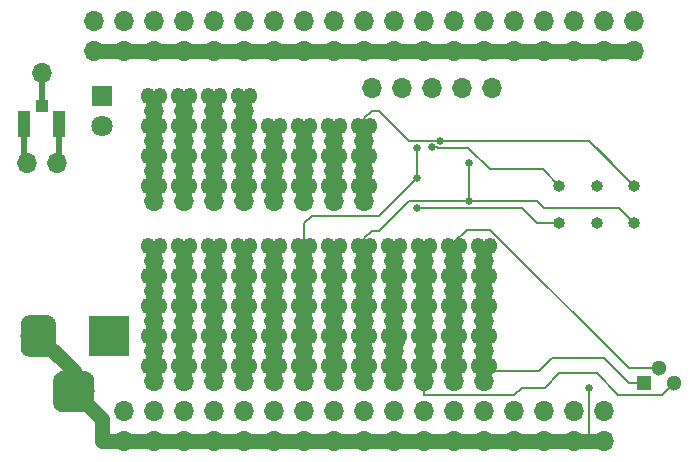
<source format=gbl>
G04 #@! TF.GenerationSoftware,KiCad,Pcbnew,5.0.2+dfsg1-1~bpo9+1*
G04 #@! TF.CreationDate,2020-03-29T02:56:01-04:00*
G04 #@! TF.ProjectId,attiny10,61747469-6e79-4313-902e-6b696361645f,0.10.a*
G04 #@! TF.SameCoordinates,Original*
G04 #@! TF.FileFunction,Copper,L2,Bot*
G04 #@! TF.FilePolarity,Positive*
%FSLAX46Y46*%
G04 Gerber Fmt 4.6, Leading zero omitted, Abs format (unit mm)*
G04 Created by KiCad (PCBNEW 5.0.2+dfsg1-1~bpo9+1) date Sun 29 Mar 2020 02:56:01 AM EDT*
%MOMM*%
%LPD*%
G01*
G04 APERTURE LIST*
G04 #@! TA.AperFunction,ComponentPad*
%ADD10O,1.000000X1.000000*%
G04 #@! TD*
G04 #@! TA.AperFunction,ComponentPad*
%ADD11O,1.700000X1.700000*%
G04 #@! TD*
G04 #@! TA.AperFunction,ComponentPad*
%ADD12O,1.200000X1.400000*%
G04 #@! TD*
G04 #@! TA.AperFunction,SMDPad,CuDef*
%ADD13R,1.050000X2.200000*%
G04 #@! TD*
G04 #@! TA.AperFunction,SMDPad,CuDef*
%ADD14R,1.000000X1.050000*%
G04 #@! TD*
G04 #@! TA.AperFunction,ComponentPad*
%ADD15C,1.800000*%
G04 #@! TD*
G04 #@! TA.AperFunction,ComponentPad*
%ADD16R,1.800000X1.800000*%
G04 #@! TD*
G04 #@! TA.AperFunction,ComponentPad*
%ADD17R,1.300000X1.300000*%
G04 #@! TD*
G04 #@! TA.AperFunction,ComponentPad*
%ADD18C,1.300000*%
G04 #@! TD*
G04 #@! TA.AperFunction,Conductor*
%ADD19C,0.150000*%
G04 #@! TD*
G04 #@! TA.AperFunction,ComponentPad*
%ADD20C,3.500000*%
G04 #@! TD*
G04 #@! TA.AperFunction,ComponentPad*
%ADD21C,3.000000*%
G04 #@! TD*
G04 #@! TA.AperFunction,ComponentPad*
%ADD22R,3.500000X3.500000*%
G04 #@! TD*
G04 #@! TA.AperFunction,ViaPad*
%ADD23C,0.635000*%
G04 #@! TD*
G04 #@! TA.AperFunction,Conductor*
%ADD24C,0.406400*%
G04 #@! TD*
G04 #@! TA.AperFunction,Conductor*
%ADD25C,0.508000*%
G04 #@! TD*
G04 #@! TA.AperFunction,Conductor*
%ADD26C,0.203200*%
G04 #@! TD*
G04 #@! TA.AperFunction,Conductor*
%ADD27C,1.270000*%
G04 #@! TD*
G04 APERTURE END LIST*
D10*
G04 #@! TO.P,REF\002A\002A,1*
G04 #@! TO.N,N/C*
X76835000Y-84455000D03*
G04 #@! TD*
G04 #@! TO.P,REF\002A\002A,1*
G04 #@! TO.N,N/C*
X80010000Y-84455000D03*
G04 #@! TD*
G04 #@! TO.P,REF\002A\002A,1*
G04 #@! TO.N,N/C*
X83185000Y-84455000D03*
G04 #@! TD*
G04 #@! TO.P,REF\002A\002A,1*
G04 #@! TO.N,N/C*
X83185000Y-81280000D03*
G04 #@! TD*
G04 #@! TO.P,REF\002A\002A,1*
G04 #@! TO.N,N/C*
X80010000Y-81280000D03*
G04 #@! TD*
D11*
G04 #@! TO.P,REF\002A\002A,1*
G04 #@! TO.N,N/C*
X67945000Y-102870000D03*
G04 #@! TD*
G04 #@! TO.P,REF\002A\002A,1*
G04 #@! TO.N,N/C*
X60960000Y-73025000D03*
G04 #@! TD*
G04 #@! TO.P,REF\002A\002A,1*
G04 #@! TO.N,N/C*
X71120000Y-73025000D03*
G04 #@! TD*
G04 #@! TO.P,REF\002A\002A,1*
G04 #@! TO.N,N/C*
X68580000Y-73025000D03*
G04 #@! TD*
G04 #@! TO.P,REF\002A\002A,1*
G04 #@! TO.N,N/C*
X66040000Y-73025000D03*
G04 #@! TD*
G04 #@! TO.P,REF\002A\002A,1*
G04 #@! TO.N,N/C*
X63500000Y-73025000D03*
G04 #@! TD*
G04 #@! TO.P,REF\002A\002A,1*
G04 #@! TO.N,N/C*
X73025000Y-69850000D03*
G04 #@! TD*
G04 #@! TO.P,REF\002A\002A,1*
G04 #@! TO.N,N/C*
X70485000Y-69850000D03*
G04 #@! TD*
G04 #@! TO.P,REF\002A\002A,1*
G04 #@! TO.N,N/C*
X67945000Y-69850000D03*
G04 #@! TD*
G04 #@! TO.P,REF\002A\002A,1*
G04 #@! TO.N,N/C*
X65405000Y-69850000D03*
G04 #@! TD*
G04 #@! TO.P,REF\002A\002A,1*
G04 #@! TO.N,N/C*
X33020000Y-71755000D03*
G04 #@! TD*
G04 #@! TO.P,REF\002A\002A,1*
G04 #@! TO.N,N/C*
X34290000Y-79375000D03*
G04 #@! TD*
G04 #@! TO.P,REF\002A\002A,1*
G04 #@! TO.N,N/C*
X31750000Y-79375000D03*
G04 #@! TD*
G04 #@! TO.P,REF\002A\002A,1*
G04 #@! TO.N,N/C*
X83185000Y-69850000D03*
G04 #@! TD*
G04 #@! TO.P,REF\002A\002A,1*
G04 #@! TO.N,N/C*
X70485000Y-67310000D03*
G04 #@! TD*
G04 #@! TO.P,REF\002A\002A,1*
G04 #@! TO.N,N/C*
X83185000Y-67310000D03*
G04 #@! TD*
G04 #@! TO.P,REF\002A\002A,1*
G04 #@! TO.N,N/C*
X75565000Y-67310000D03*
G04 #@! TD*
G04 #@! TO.P,REF\002A\002A,1*
G04 #@! TO.N,N/C*
X78105000Y-69850000D03*
G04 #@! TD*
G04 #@! TO.P,REF\002A\002A,1*
G04 #@! TO.N,N/C*
X78105000Y-67310000D03*
G04 #@! TD*
G04 #@! TO.P,REF\002A\002A,1*
G04 #@! TO.N,N/C*
X80645000Y-67310000D03*
G04 #@! TD*
G04 #@! TO.P,REF\002A\002A,1*
G04 #@! TO.N,N/C*
X73025000Y-67310000D03*
G04 #@! TD*
G04 #@! TO.P,REF\002A\002A,1*
G04 #@! TO.N,N/C*
X75565000Y-69850000D03*
G04 #@! TD*
G04 #@! TO.P,REF\002A\002A,1*
G04 #@! TO.N,N/C*
X80645000Y-69850000D03*
G04 #@! TD*
G04 #@! TO.P,REF\002A\002A,1*
G04 #@! TO.N,N/C*
X80645000Y-102870000D03*
G04 #@! TD*
G04 #@! TO.P,REF\002A\002A,1*
G04 #@! TO.N,N/C*
X75565000Y-102870000D03*
G04 #@! TD*
G04 #@! TO.P,REF\002A\002A,1*
G04 #@! TO.N,N/C*
X70485000Y-102870000D03*
G04 #@! TD*
G04 #@! TO.P,REF\002A\002A,1*
G04 #@! TO.N,N/C*
X78105000Y-102870000D03*
G04 #@! TD*
G04 #@! TO.P,REF\002A\002A,1*
G04 #@! TO.N,N/C*
X73025000Y-102870000D03*
G04 #@! TD*
G04 #@! TO.P,REF\002A\002A,1*
G04 #@! TO.N,N/C*
X73025000Y-100330000D03*
G04 #@! TD*
G04 #@! TO.P,REF\002A\002A,1*
G04 #@! TO.N,N/C*
X78105000Y-100330000D03*
G04 #@! TD*
G04 #@! TO.P,REF\002A\002A,1*
G04 #@! TO.N,N/C*
X80645000Y-100330000D03*
G04 #@! TD*
G04 #@! TO.P,REF\002A\002A,1*
G04 #@! TO.N,N/C*
X75565000Y-100330000D03*
G04 #@! TD*
G04 #@! TO.P,REF\002A\002A,1*
G04 #@! TO.N,N/C*
X70485000Y-100330000D03*
G04 #@! TD*
G04 #@! TO.P,REF\002A\002A,1*
G04 #@! TO.N,N/C*
X70485000Y-92710000D03*
G04 #@! TD*
G04 #@! TO.P,REF\002A\002A,1*
G04 #@! TO.N,N/C*
X65405000Y-90170000D03*
G04 #@! TD*
G04 #@! TO.P,REF\002A\002A,1*
G04 #@! TO.N,N/C*
X65405000Y-97790000D03*
G04 #@! TD*
G04 #@! TO.P,REF\002A\002A,1*
G04 #@! TO.N,N/C*
X62865000Y-87630000D03*
G04 #@! TD*
G04 #@! TO.P,REF\002A\002A,1*
G04 #@! TO.N,N/C*
X62865000Y-90170000D03*
G04 #@! TD*
G04 #@! TO.P,REF\002A\002A,1*
G04 #@! TO.N,N/C*
X67945000Y-95250000D03*
G04 #@! TD*
G04 #@! TO.P,REF\002A\002A,1*
G04 #@! TO.N,N/C*
X67945000Y-92710000D03*
G04 #@! TD*
G04 #@! TO.P,REF\002A\002A,1*
G04 #@! TO.N,N/C*
X70485000Y-97790000D03*
G04 #@! TD*
G04 #@! TO.P,REF\002A\002A,1*
G04 #@! TO.N,N/C*
X70485000Y-90170000D03*
G04 #@! TD*
G04 #@! TO.P,REF\002A\002A,1*
G04 #@! TO.N,N/C*
X70485000Y-95250000D03*
G04 #@! TD*
G04 #@! TO.P,REF\002A\002A,1*
G04 #@! TO.N,N/C*
X62865000Y-95250000D03*
G04 #@! TD*
G04 #@! TO.P,REF\002A\002A,1*
G04 #@! TO.N,N/C*
X62865000Y-92710000D03*
G04 #@! TD*
G04 #@! TO.P,REF\002A\002A,1*
G04 #@! TO.N,N/C*
X65405000Y-95250000D03*
G04 #@! TD*
G04 #@! TO.P,REF\002A\002A,1*
G04 #@! TO.N,N/C*
X65405000Y-92710000D03*
G04 #@! TD*
G04 #@! TO.P,REF\002A\002A,1*
G04 #@! TO.N,N/C*
X67945000Y-97790000D03*
G04 #@! TD*
G04 #@! TO.P,REF\002A\002A,1*
G04 #@! TO.N,N/C*
X62865000Y-97790000D03*
G04 #@! TD*
G04 #@! TO.P,REF\002A\002A,1*
G04 #@! TO.N,N/C*
X67945000Y-90170000D03*
G04 #@! TD*
G04 #@! TO.P,REF\002A\002A,1*
G04 #@! TO.N,N/C*
X67945000Y-87630000D03*
G04 #@! TD*
D12*
G04 #@! TO.P,P?,8*
G04 #@! TO.N,N/C*
X71020000Y-88900000D03*
G04 #@! TO.P,P?,7*
X69950000Y-88900000D03*
G04 #@! TO.P,P?,6*
X68480000Y-88900000D03*
G04 #@! TO.P,P?,5*
X67410000Y-88900000D03*
G04 #@! TO.P,P?,4*
X65940000Y-88900000D03*
G04 #@! TO.P,P?,3*
X64870000Y-88900000D03*
G04 #@! TO.P,P?,2*
X63400000Y-88900000D03*
G04 #@! TO.P,P?,1*
X62330000Y-88900000D03*
G04 #@! TD*
G04 #@! TO.P,P?,8*
G04 #@! TO.N,N/C*
X71020000Y-96520000D03*
G04 #@! TO.P,P?,7*
X69950000Y-96520000D03*
G04 #@! TO.P,P?,6*
X68480000Y-96520000D03*
G04 #@! TO.P,P?,5*
X67410000Y-96520000D03*
G04 #@! TO.P,P?,4*
X65940000Y-96520000D03*
G04 #@! TO.P,P?,3*
X64870000Y-96520000D03*
G04 #@! TO.P,P?,2*
X63400000Y-96520000D03*
G04 #@! TO.P,P?,1*
X62330000Y-96520000D03*
G04 #@! TD*
G04 #@! TO.P,P?,8*
G04 #@! TO.N,N/C*
X71020000Y-86360000D03*
G04 #@! TO.P,P?,7*
X69950000Y-86360000D03*
G04 #@! TO.P,P?,6*
X68480000Y-86360000D03*
G04 #@! TO.P,P?,5*
X67410000Y-86360000D03*
G04 #@! TO.P,P?,4*
X65940000Y-86360000D03*
G04 #@! TO.P,P?,3*
X64870000Y-86360000D03*
G04 #@! TO.P,P?,2*
X63400000Y-86360000D03*
G04 #@! TO.P,P?,1*
X62330000Y-86360000D03*
G04 #@! TD*
G04 #@! TO.P,P?,8*
G04 #@! TO.N,N/C*
X71020000Y-93980000D03*
G04 #@! TO.P,P?,7*
X69950000Y-93980000D03*
G04 #@! TO.P,P?,6*
X68480000Y-93980000D03*
G04 #@! TO.P,P?,5*
X67410000Y-93980000D03*
G04 #@! TO.P,P?,4*
X65940000Y-93980000D03*
G04 #@! TO.P,P?,3*
X64870000Y-93980000D03*
G04 #@! TO.P,P?,2*
X63400000Y-93980000D03*
G04 #@! TO.P,P?,1*
X62330000Y-93980000D03*
G04 #@! TD*
G04 #@! TO.P,P?,8*
G04 #@! TO.N,N/C*
X71020000Y-91440000D03*
G04 #@! TO.P,P?,7*
X69950000Y-91440000D03*
G04 #@! TO.P,P?,6*
X68480000Y-91440000D03*
G04 #@! TO.P,P?,5*
X67410000Y-91440000D03*
G04 #@! TO.P,P?,4*
X65940000Y-91440000D03*
G04 #@! TO.P,P?,3*
X64870000Y-91440000D03*
G04 #@! TO.P,P?,2*
X63400000Y-91440000D03*
G04 #@! TO.P,P?,1*
X62330000Y-91440000D03*
G04 #@! TD*
D11*
G04 #@! TO.P,REF\002A\002A,1*
G04 #@! TO.N,N/C*
X65405000Y-87630000D03*
G04 #@! TD*
G04 #@! TO.P,REF\002A\002A,1*
G04 #@! TO.N,N/C*
X70485000Y-87630000D03*
G04 #@! TD*
G04 #@! TO.P,REF\002A\002A,1*
G04 #@! TO.N,N/C*
X50165000Y-77470000D03*
G04 #@! TD*
G04 #@! TO.P,REF\002A\002A,1*
G04 #@! TO.N,N/C*
X52705000Y-82550000D03*
G04 #@! TD*
G04 #@! TO.P,REF\002A\002A,1*
G04 #@! TO.N,N/C*
X52705000Y-80010000D03*
G04 #@! TD*
G04 #@! TO.P,REF\002A\002A,1*
G04 #@! TO.N,N/C*
X57785000Y-82550000D03*
G04 #@! TD*
G04 #@! TO.P,REF\002A\002A,1*
G04 #@! TO.N,N/C*
X45085000Y-74930000D03*
G04 #@! TD*
G04 #@! TO.P,REF\002A\002A,1*
G04 #@! TO.N,N/C*
X45085000Y-82550000D03*
G04 #@! TD*
G04 #@! TO.P,REF\002A\002A,1*
G04 #@! TO.N,N/C*
X42545000Y-74930000D03*
G04 #@! TD*
G04 #@! TO.P,REF\002A\002A,1*
G04 #@! TO.N,N/C*
X47625000Y-80010000D03*
G04 #@! TD*
G04 #@! TO.P,REF\002A\002A,1*
G04 #@! TO.N,N/C*
X47625000Y-77470000D03*
G04 #@! TD*
G04 #@! TO.P,REF\002A\002A,1*
G04 #@! TO.N,N/C*
X50165000Y-82550000D03*
G04 #@! TD*
G04 #@! TO.P,REF\002A\002A,1*
G04 #@! TO.N,N/C*
X50165000Y-74930000D03*
G04 #@! TD*
G04 #@! TO.P,REF\002A\002A,1*
G04 #@! TO.N,N/C*
X57785000Y-77470000D03*
G04 #@! TD*
G04 #@! TO.P,REF\002A\002A,1*
G04 #@! TO.N,N/C*
X55245000Y-77470000D03*
G04 #@! TD*
G04 #@! TO.P,REF\002A\002A,1*
G04 #@! TO.N,N/C*
X50165000Y-80010000D03*
G04 #@! TD*
G04 #@! TO.P,REF\002A\002A,1*
G04 #@! TO.N,N/C*
X42545000Y-80010000D03*
G04 #@! TD*
G04 #@! TO.P,REF\002A\002A,1*
G04 #@! TO.N,N/C*
X42545000Y-77470000D03*
G04 #@! TD*
G04 #@! TO.P,REF\002A\002A,1*
G04 #@! TO.N,N/C*
X55245000Y-80010000D03*
G04 #@! TD*
G04 #@! TO.P,REF\002A\002A,1*
G04 #@! TO.N,N/C*
X60325000Y-82550000D03*
G04 #@! TD*
G04 #@! TO.P,REF\002A\002A,1*
G04 #@! TO.N,N/C*
X60325000Y-80010000D03*
G04 #@! TD*
G04 #@! TO.P,REF\002A\002A,1*
G04 #@! TO.N,N/C*
X52705000Y-77470000D03*
G04 #@! TD*
D12*
G04 #@! TO.P,P?,1*
G04 #@! TO.N,N/C*
X52170000Y-76200000D03*
G04 #@! TO.P,P?,2*
X53240000Y-76200000D03*
G04 #@! TO.P,P?,3*
X54710000Y-76200000D03*
G04 #@! TO.P,P?,4*
X55780000Y-76200000D03*
G04 #@! TO.P,P?,5*
X57250000Y-76200000D03*
G04 #@! TO.P,P?,6*
X58320000Y-76200000D03*
G04 #@! TO.P,P?,7*
X59790000Y-76200000D03*
G04 #@! TO.P,P?,8*
X60860000Y-76200000D03*
G04 #@! TD*
D11*
G04 #@! TO.P,REF\002A\002A,1*
G04 #@! TO.N,N/C*
X55245000Y-82550000D03*
G04 #@! TD*
G04 #@! TO.P,REF\002A\002A,1*
G04 #@! TO.N,N/C*
X57785000Y-80010000D03*
G04 #@! TD*
D12*
G04 #@! TO.P,P?,1*
G04 #@! TO.N,N/C*
X52170000Y-81280000D03*
G04 #@! TO.P,P?,2*
X53240000Y-81280000D03*
G04 #@! TO.P,P?,3*
X54710000Y-81280000D03*
G04 #@! TO.P,P?,4*
X55780000Y-81280000D03*
G04 #@! TO.P,P?,5*
X57250000Y-81280000D03*
G04 #@! TO.P,P?,6*
X58320000Y-81280000D03*
G04 #@! TO.P,P?,7*
X59790000Y-81280000D03*
G04 #@! TO.P,P?,8*
X60860000Y-81280000D03*
G04 #@! TD*
D11*
G04 #@! TO.P,REF\002A\002A,1*
G04 #@! TO.N,N/C*
X45085000Y-80010000D03*
G04 #@! TD*
G04 #@! TO.P,REF\002A\002A,1*
G04 #@! TO.N,N/C*
X45085000Y-77470000D03*
G04 #@! TD*
D12*
G04 #@! TO.P,P?,1*
G04 #@! TO.N,N/C*
X52170000Y-78740000D03*
G04 #@! TO.P,P?,2*
X53240000Y-78740000D03*
G04 #@! TO.P,P?,3*
X54710000Y-78740000D03*
G04 #@! TO.P,P?,4*
X55780000Y-78740000D03*
G04 #@! TO.P,P?,5*
X57250000Y-78740000D03*
G04 #@! TO.P,P?,6*
X58320000Y-78740000D03*
G04 #@! TO.P,P?,7*
X59790000Y-78740000D03*
G04 #@! TO.P,P?,8*
X60860000Y-78740000D03*
G04 #@! TD*
D11*
G04 #@! TO.P,REF\002A\002A,1*
G04 #@! TO.N,N/C*
X47625000Y-82550000D03*
G04 #@! TD*
G04 #@! TO.P,REF\002A\002A,1*
G04 #@! TO.N,N/C*
X42545000Y-82550000D03*
G04 #@! TD*
G04 #@! TO.P,REF\002A\002A,1*
G04 #@! TO.N,N/C*
X47625000Y-74930000D03*
G04 #@! TD*
G04 #@! TO.P,REF\002A\002A,1*
G04 #@! TO.N,N/C*
X60325000Y-77470000D03*
G04 #@! TD*
D12*
G04 #@! TO.P,P?,8*
G04 #@! TO.N,N/C*
X50700000Y-73660000D03*
G04 #@! TO.P,P?,7*
X49630000Y-73660000D03*
G04 #@! TO.P,P?,6*
X48160000Y-73660000D03*
G04 #@! TO.P,P?,5*
X47090000Y-73660000D03*
G04 #@! TO.P,P?,4*
X45620000Y-73660000D03*
G04 #@! TO.P,P?,3*
X44550000Y-73660000D03*
G04 #@! TO.P,P?,2*
X43080000Y-73660000D03*
G04 #@! TO.P,P?,1*
X42010000Y-73660000D03*
G04 #@! TD*
G04 #@! TO.P,P?,8*
G04 #@! TO.N,N/C*
X50700000Y-81280000D03*
G04 #@! TO.P,P?,7*
X49630000Y-81280000D03*
G04 #@! TO.P,P?,6*
X48160000Y-81280000D03*
G04 #@! TO.P,P?,5*
X47090000Y-81280000D03*
G04 #@! TO.P,P?,4*
X45620000Y-81280000D03*
G04 #@! TO.P,P?,3*
X44550000Y-81280000D03*
G04 #@! TO.P,P?,2*
X43080000Y-81280000D03*
G04 #@! TO.P,P?,1*
X42010000Y-81280000D03*
G04 #@! TD*
G04 #@! TO.P,P?,8*
G04 #@! TO.N,N/C*
X50700000Y-78740000D03*
G04 #@! TO.P,P?,7*
X49630000Y-78740000D03*
G04 #@! TO.P,P?,6*
X48160000Y-78740000D03*
G04 #@! TO.P,P?,5*
X47090000Y-78740000D03*
G04 #@! TO.P,P?,4*
X45620000Y-78740000D03*
G04 #@! TO.P,P?,3*
X44550000Y-78740000D03*
G04 #@! TO.P,P?,2*
X43080000Y-78740000D03*
G04 #@! TO.P,P?,1*
X42010000Y-78740000D03*
G04 #@! TD*
G04 #@! TO.P,P?,8*
G04 #@! TO.N,N/C*
X50700000Y-76200000D03*
G04 #@! TO.P,P?,7*
X49630000Y-76200000D03*
G04 #@! TO.P,P?,6*
X48160000Y-76200000D03*
G04 #@! TO.P,P?,5*
X47090000Y-76200000D03*
G04 #@! TO.P,P?,4*
X45620000Y-76200000D03*
G04 #@! TO.P,P?,3*
X44550000Y-76200000D03*
G04 #@! TO.P,P?,2*
X43080000Y-76200000D03*
G04 #@! TO.P,P?,1*
X42010000Y-76200000D03*
G04 #@! TD*
D11*
G04 #@! TO.P,REF\002A\002A,1*
G04 #@! TO.N,N/C*
X60325000Y-92710000D03*
G04 #@! TD*
G04 #@! TO.P,REF\002A\002A,1*
G04 #@! TO.N,N/C*
X55245000Y-90170000D03*
G04 #@! TD*
G04 #@! TO.P,REF\002A\002A,1*
G04 #@! TO.N,N/C*
X55245000Y-97790000D03*
G04 #@! TD*
G04 #@! TO.P,REF\002A\002A,1*
G04 #@! TO.N,N/C*
X52705000Y-87630000D03*
G04 #@! TD*
G04 #@! TO.P,REF\002A\002A,1*
G04 #@! TO.N,N/C*
X52705000Y-90170000D03*
G04 #@! TD*
G04 #@! TO.P,REF\002A\002A,1*
G04 #@! TO.N,N/C*
X57785000Y-95250000D03*
G04 #@! TD*
G04 #@! TO.P,REF\002A\002A,1*
G04 #@! TO.N,N/C*
X57785000Y-92710000D03*
G04 #@! TD*
G04 #@! TO.P,REF\002A\002A,1*
G04 #@! TO.N,N/C*
X60325000Y-97790000D03*
G04 #@! TD*
G04 #@! TO.P,REF\002A\002A,1*
G04 #@! TO.N,N/C*
X60325000Y-90170000D03*
G04 #@! TD*
G04 #@! TO.P,REF\002A\002A,1*
G04 #@! TO.N,N/C*
X60325000Y-95250000D03*
G04 #@! TD*
G04 #@! TO.P,REF\002A\002A,1*
G04 #@! TO.N,N/C*
X52705000Y-95250000D03*
G04 #@! TD*
G04 #@! TO.P,REF\002A\002A,1*
G04 #@! TO.N,N/C*
X52705000Y-92710000D03*
G04 #@! TD*
G04 #@! TO.P,REF\002A\002A,1*
G04 #@! TO.N,N/C*
X55245000Y-95250000D03*
G04 #@! TD*
G04 #@! TO.P,REF\002A\002A,1*
G04 #@! TO.N,N/C*
X55245000Y-92710000D03*
G04 #@! TD*
G04 #@! TO.P,REF\002A\002A,1*
G04 #@! TO.N,N/C*
X57785000Y-97790000D03*
G04 #@! TD*
G04 #@! TO.P,REF\002A\002A,1*
G04 #@! TO.N,N/C*
X52705000Y-97790000D03*
G04 #@! TD*
G04 #@! TO.P,REF\002A\002A,1*
G04 #@! TO.N,N/C*
X57785000Y-90170000D03*
G04 #@! TD*
G04 #@! TO.P,REF\002A\002A,1*
G04 #@! TO.N,N/C*
X57785000Y-87630000D03*
G04 #@! TD*
D12*
G04 #@! TO.P,P?,8*
G04 #@! TO.N,N/C*
X60860000Y-88900000D03*
G04 #@! TO.P,P?,7*
X59790000Y-88900000D03*
G04 #@! TO.P,P?,6*
X58320000Y-88900000D03*
G04 #@! TO.P,P?,5*
X57250000Y-88900000D03*
G04 #@! TO.P,P?,4*
X55780000Y-88900000D03*
G04 #@! TO.P,P?,3*
X54710000Y-88900000D03*
G04 #@! TO.P,P?,2*
X53240000Y-88900000D03*
G04 #@! TO.P,P?,1*
X52170000Y-88900000D03*
G04 #@! TD*
G04 #@! TO.P,P?,8*
G04 #@! TO.N,N/C*
X60860000Y-96520000D03*
G04 #@! TO.P,P?,7*
X59790000Y-96520000D03*
G04 #@! TO.P,P?,6*
X58320000Y-96520000D03*
G04 #@! TO.P,P?,5*
X57250000Y-96520000D03*
G04 #@! TO.P,P?,4*
X55780000Y-96520000D03*
G04 #@! TO.P,P?,3*
X54710000Y-96520000D03*
G04 #@! TO.P,P?,2*
X53240000Y-96520000D03*
G04 #@! TO.P,P?,1*
X52170000Y-96520000D03*
G04 #@! TD*
G04 #@! TO.P,P?,8*
G04 #@! TO.N,N/C*
X60860000Y-86360000D03*
G04 #@! TO.P,P?,7*
X59790000Y-86360000D03*
G04 #@! TO.P,P?,6*
X58320000Y-86360000D03*
G04 #@! TO.P,P?,5*
X57250000Y-86360000D03*
G04 #@! TO.P,P?,4*
X55780000Y-86360000D03*
G04 #@! TO.P,P?,3*
X54710000Y-86360000D03*
G04 #@! TO.P,P?,2*
X53240000Y-86360000D03*
G04 #@! TO.P,P?,1*
X52170000Y-86360000D03*
G04 #@! TD*
G04 #@! TO.P,P?,8*
G04 #@! TO.N,N/C*
X60860000Y-93980000D03*
G04 #@! TO.P,P?,7*
X59790000Y-93980000D03*
G04 #@! TO.P,P?,6*
X58320000Y-93980000D03*
G04 #@! TO.P,P?,5*
X57250000Y-93980000D03*
G04 #@! TO.P,P?,4*
X55780000Y-93980000D03*
G04 #@! TO.P,P?,3*
X54710000Y-93980000D03*
G04 #@! TO.P,P?,2*
X53240000Y-93980000D03*
G04 #@! TO.P,P?,1*
X52170000Y-93980000D03*
G04 #@! TD*
G04 #@! TO.P,P?,8*
G04 #@! TO.N,N/C*
X60860000Y-91440000D03*
G04 #@! TO.P,P?,7*
X59790000Y-91440000D03*
G04 #@! TO.P,P?,6*
X58320000Y-91440000D03*
G04 #@! TO.P,P?,5*
X57250000Y-91440000D03*
G04 #@! TO.P,P?,4*
X55780000Y-91440000D03*
G04 #@! TO.P,P?,3*
X54710000Y-91440000D03*
G04 #@! TO.P,P?,2*
X53240000Y-91440000D03*
G04 #@! TO.P,P?,1*
X52170000Y-91440000D03*
G04 #@! TD*
D11*
G04 #@! TO.P,REF\002A\002A,1*
G04 #@! TO.N,N/C*
X55245000Y-87630000D03*
G04 #@! TD*
G04 #@! TO.P,REF\002A\002A,1*
G04 #@! TO.N,N/C*
X60325000Y-87630000D03*
G04 #@! TD*
G04 #@! TO.P,REF\002A\002A,1*
G04 #@! TO.N,N/C*
X50165000Y-95250000D03*
G04 #@! TD*
G04 #@! TO.P,REF\002A\002A,1*
G04 #@! TO.N,N/C*
X50165000Y-92710000D03*
G04 #@! TD*
G04 #@! TO.P,REF\002A\002A,1*
G04 #@! TO.N,N/C*
X50165000Y-97790000D03*
G04 #@! TD*
G04 #@! TO.P,REF\002A\002A,1*
G04 #@! TO.N,N/C*
X50165000Y-90170000D03*
G04 #@! TD*
G04 #@! TO.P,REF\002A\002A,1*
G04 #@! TO.N,N/C*
X50165000Y-87630000D03*
G04 #@! TD*
G04 #@! TO.P,REF\002A\002A,1*
G04 #@! TO.N,N/C*
X47625000Y-90170000D03*
G04 #@! TD*
G04 #@! TO.P,REF\002A\002A,1*
G04 #@! TO.N,N/C*
X47625000Y-97790000D03*
G04 #@! TD*
G04 #@! TO.P,REF\002A\002A,1*
G04 #@! TO.N,N/C*
X47625000Y-95250000D03*
G04 #@! TD*
G04 #@! TO.P,REF\002A\002A,1*
G04 #@! TO.N,N/C*
X47625000Y-92710000D03*
G04 #@! TD*
G04 #@! TO.P,REF\002A\002A,1*
G04 #@! TO.N,N/C*
X47625000Y-87630000D03*
G04 #@! TD*
G04 #@! TO.P,REF\002A\002A,1*
G04 #@! TO.N,N/C*
X45085000Y-87630000D03*
G04 #@! TD*
G04 #@! TO.P,REF\002A\002A,1*
G04 #@! TO.N,N/C*
X45085000Y-90170000D03*
G04 #@! TD*
G04 #@! TO.P,REF\002A\002A,1*
G04 #@! TO.N,N/C*
X45085000Y-95250000D03*
G04 #@! TD*
G04 #@! TO.P,REF\002A\002A,1*
G04 #@! TO.N,N/C*
X45085000Y-92710000D03*
G04 #@! TD*
G04 #@! TO.P,REF\002A\002A,1*
G04 #@! TO.N,N/C*
X45085000Y-97790000D03*
G04 #@! TD*
G04 #@! TO.P,REF\002A\002A,1*
G04 #@! TO.N,N/C*
X42545000Y-97790000D03*
G04 #@! TD*
G04 #@! TO.P,REF\002A\002A,1*
G04 #@! TO.N,N/C*
X42545000Y-95250000D03*
G04 #@! TD*
G04 #@! TO.P,REF\002A\002A,1*
G04 #@! TO.N,N/C*
X42545000Y-92710000D03*
G04 #@! TD*
G04 #@! TO.P,REF\002A\002A,1*
G04 #@! TO.N,N/C*
X42545000Y-90170000D03*
G04 #@! TD*
G04 #@! TO.P,REF\002A\002A,1*
G04 #@! TO.N,N/C*
X42545000Y-87630000D03*
G04 #@! TD*
G04 #@! TO.P,REF\002A\002A,1*
G04 #@! TO.N,N/C*
X60325000Y-67310000D03*
G04 #@! TD*
G04 #@! TO.P,REF\002A\002A,1*
G04 #@! TO.N,N/C*
X55245000Y-67310000D03*
G04 #@! TD*
G04 #@! TO.P,REF\002A\002A,1*
G04 #@! TO.N,N/C*
X45085000Y-69850000D03*
G04 #@! TD*
G04 #@! TO.P,REF\002A\002A,1*
G04 #@! TO.N,N/C*
X67945000Y-67310000D03*
G04 #@! TD*
G04 #@! TO.P,REF\002A\002A,1*
G04 #@! TO.N,N/C*
X50165000Y-67310000D03*
G04 #@! TD*
G04 #@! TO.P,REF\002A\002A,1*
G04 #@! TO.N,N/C*
X40005000Y-69850000D03*
G04 #@! TD*
G04 #@! TO.P,REF\002A\002A,1*
G04 #@! TO.N,N/C*
X60325000Y-69850000D03*
G04 #@! TD*
G04 #@! TO.P,REF\002A\002A,1*
G04 #@! TO.N,N/C*
X55245000Y-69850000D03*
G04 #@! TD*
G04 #@! TO.P,REF\002A\002A,1*
G04 #@! TO.N,N/C*
X52705000Y-67310000D03*
G04 #@! TD*
G04 #@! TO.P,REF\002A\002A,1*
G04 #@! TO.N,N/C*
X37465000Y-67310000D03*
G04 #@! TD*
G04 #@! TO.P,REF\002A\002A,1*
G04 #@! TO.N,N/C*
X62865000Y-69850000D03*
G04 #@! TD*
G04 #@! TO.P,REF\002A\002A,1*
G04 #@! TO.N,N/C*
X42545000Y-69850000D03*
G04 #@! TD*
G04 #@! TO.P,REF\002A\002A,1*
G04 #@! TO.N,N/C*
X57785000Y-69850000D03*
G04 #@! TD*
G04 #@! TO.P,REF\002A\002A,1*
G04 #@! TO.N,N/C*
X37465000Y-69850000D03*
G04 #@! TD*
G04 #@! TO.P,REF\002A\002A,1*
G04 #@! TO.N,N/C*
X50165000Y-69850000D03*
G04 #@! TD*
G04 #@! TO.P,REF\002A\002A,1*
G04 #@! TO.N,N/C*
X42545000Y-67310000D03*
G04 #@! TD*
G04 #@! TO.P,REF\002A\002A,1*
G04 #@! TO.N,N/C*
X57785000Y-67310000D03*
G04 #@! TD*
G04 #@! TO.P,REF\002A\002A,1*
G04 #@! TO.N,N/C*
X45085000Y-67310000D03*
G04 #@! TD*
G04 #@! TO.P,REF\002A\002A,1*
G04 #@! TO.N,N/C*
X62865000Y-67310000D03*
G04 #@! TD*
G04 #@! TO.P,REF\002A\002A,1*
G04 #@! TO.N,N/C*
X40005000Y-67310000D03*
G04 #@! TD*
G04 #@! TO.P,REF\002A\002A,1*
G04 #@! TO.N,N/C*
X65405000Y-67310000D03*
G04 #@! TD*
G04 #@! TO.P,REF\002A\002A,1*
G04 #@! TO.N,N/C*
X47625000Y-67310000D03*
G04 #@! TD*
G04 #@! TO.P,REF\002A\002A,1*
G04 #@! TO.N,N/C*
X52705000Y-69850000D03*
G04 #@! TD*
G04 #@! TO.P,REF\002A\002A,1*
G04 #@! TO.N,N/C*
X47625000Y-69850000D03*
G04 #@! TD*
G04 #@! TO.P,REF\002A\002A,1*
G04 #@! TO.N,N/C*
X65405000Y-102870000D03*
G04 #@! TD*
G04 #@! TO.P,REF\002A\002A,1*
G04 #@! TO.N,N/C*
X60325000Y-102870000D03*
G04 #@! TD*
G04 #@! TO.P,REF\002A\002A,1*
G04 #@! TO.N,N/C*
X55245000Y-102870000D03*
G04 #@! TD*
G04 #@! TO.P,REF\002A\002A,1*
G04 #@! TO.N,N/C*
X57785000Y-100330000D03*
G04 #@! TD*
G04 #@! TO.P,REF\002A\002A,1*
G04 #@! TO.N,N/C*
X62865000Y-102870000D03*
G04 #@! TD*
G04 #@! TO.P,REF\002A\002A,1*
G04 #@! TO.N,N/C*
X57785000Y-102870000D03*
G04 #@! TD*
G04 #@! TO.P,REF\002A\002A,1*
G04 #@! TO.N,N/C*
X62865000Y-100330000D03*
G04 #@! TD*
G04 #@! TO.P,REF\002A\002A,1*
G04 #@! TO.N,N/C*
X65405000Y-100330000D03*
G04 #@! TD*
G04 #@! TO.P,REF\002A\002A,1*
G04 #@! TO.N,N/C*
X60325000Y-100330000D03*
G04 #@! TD*
G04 #@! TO.P,REF\002A\002A,1*
G04 #@! TO.N,N/C*
X67945000Y-100330000D03*
G04 #@! TD*
G04 #@! TO.P,REF\002A\002A,1*
G04 #@! TO.N,N/C*
X55245000Y-100330000D03*
G04 #@! TD*
G04 #@! TO.P,REF\002A\002A,1*
G04 #@! TO.N,N/C*
X50165000Y-102870000D03*
G04 #@! TD*
G04 #@! TO.P,REF\002A\002A,1*
G04 #@! TO.N,N/C*
X45085000Y-102870000D03*
G04 #@! TD*
G04 #@! TO.P,REF\002A\002A,1*
G04 #@! TO.N,N/C*
X47625000Y-100330000D03*
G04 #@! TD*
G04 #@! TO.P,REF\002A\002A,1*
G04 #@! TO.N,N/C*
X52705000Y-102870000D03*
G04 #@! TD*
G04 #@! TO.P,REF\002A\002A,1*
G04 #@! TO.N,N/C*
X47625000Y-102870000D03*
G04 #@! TD*
G04 #@! TO.P,REF\002A\002A,1*
G04 #@! TO.N,N/C*
X52705000Y-100330000D03*
G04 #@! TD*
G04 #@! TO.P,REF\002A\002A,1*
G04 #@! TO.N,N/C*
X50165000Y-100330000D03*
G04 #@! TD*
G04 #@! TO.P,REF\002A\002A,1*
G04 #@! TO.N,N/C*
X45085000Y-100330000D03*
G04 #@! TD*
G04 #@! TO.P,REF\002A\002A,1*
G04 #@! TO.N,N/C*
X42545000Y-102870000D03*
G04 #@! TD*
G04 #@! TO.P,REF\002A\002A,1*
G04 #@! TO.N,N/C*
X40005000Y-102870000D03*
G04 #@! TD*
G04 #@! TO.P,REF\002A\002A,1*
G04 #@! TO.N,N/C*
X42545000Y-100330000D03*
G04 #@! TD*
G04 #@! TO.P,REF\002A\002A,1*
G04 #@! TO.N,N/C*
X40005000Y-100330000D03*
G04 #@! TD*
D12*
G04 #@! TO.P,P?,1*
G04 #@! TO.N,N/C*
X42010000Y-96520000D03*
G04 #@! TO.P,P?,2*
X43080000Y-96520000D03*
G04 #@! TO.P,P?,3*
X44550000Y-96520000D03*
G04 #@! TO.P,P?,4*
X45620000Y-96520000D03*
G04 #@! TO.P,P?,5*
X47090000Y-96520000D03*
G04 #@! TO.P,P?,6*
X48160000Y-96520000D03*
G04 #@! TO.P,P?,7*
X49630000Y-96520000D03*
G04 #@! TO.P,P?,8*
X50700000Y-96520000D03*
G04 #@! TD*
G04 #@! TO.P,P?,1*
G04 #@! TO.N,N/C*
X42010000Y-93980000D03*
G04 #@! TO.P,P?,2*
X43080000Y-93980000D03*
G04 #@! TO.P,P?,3*
X44550000Y-93980000D03*
G04 #@! TO.P,P?,4*
X45620000Y-93980000D03*
G04 #@! TO.P,P?,5*
X47090000Y-93980000D03*
G04 #@! TO.P,P?,6*
X48160000Y-93980000D03*
G04 #@! TO.P,P?,7*
X49630000Y-93980000D03*
G04 #@! TO.P,P?,8*
X50700000Y-93980000D03*
G04 #@! TD*
G04 #@! TO.P,P?,1*
G04 #@! TO.N,N/C*
X42010000Y-91440000D03*
G04 #@! TO.P,P?,2*
X43080000Y-91440000D03*
G04 #@! TO.P,P?,3*
X44550000Y-91440000D03*
G04 #@! TO.P,P?,4*
X45620000Y-91440000D03*
G04 #@! TO.P,P?,5*
X47090000Y-91440000D03*
G04 #@! TO.P,P?,6*
X48160000Y-91440000D03*
G04 #@! TO.P,P?,7*
X49630000Y-91440000D03*
G04 #@! TO.P,P?,8*
X50700000Y-91440000D03*
G04 #@! TD*
G04 #@! TO.P,P?,1*
G04 #@! TO.N,N/C*
X42010000Y-88900000D03*
G04 #@! TO.P,P?,2*
X43080000Y-88900000D03*
G04 #@! TO.P,P?,3*
X44550000Y-88900000D03*
G04 #@! TO.P,P?,4*
X45620000Y-88900000D03*
G04 #@! TO.P,P?,5*
X47090000Y-88900000D03*
G04 #@! TO.P,P?,6*
X48160000Y-88900000D03*
G04 #@! TO.P,P?,7*
X49630000Y-88900000D03*
G04 #@! TO.P,P?,8*
X50700000Y-88900000D03*
G04 #@! TD*
G04 #@! TO.P,P?,1*
G04 #@! TO.N,N/C*
X42010000Y-86360000D03*
G04 #@! TO.P,P?,2*
X43080000Y-86360000D03*
G04 #@! TO.P,P?,3*
X44550000Y-86360000D03*
G04 #@! TO.P,P?,4*
X45620000Y-86360000D03*
G04 #@! TO.P,P?,5*
X47090000Y-86360000D03*
G04 #@! TO.P,P?,6*
X48160000Y-86360000D03*
G04 #@! TO.P,P?,7*
X49630000Y-86360000D03*
G04 #@! TO.P,P?,8*
X50700000Y-86360000D03*
G04 #@! TD*
D13*
G04 #@! TO.P,REF882,2*
G04 #@! TO.N,N/C*
X31545000Y-76040000D03*
D14*
G04 #@! TO.P,REF882,1*
X33020000Y-74515000D03*
D13*
G04 #@! TO.P,REF882,2*
X34495000Y-76040000D03*
G04 #@! TD*
D15*
G04 #@! TO.P,REF100552,2*
G04 #@! TO.N,N/C*
X38100000Y-76200000D03*
D16*
G04 #@! TO.P,REF100552,1*
X38100000Y-73660000D03*
G04 #@! TD*
D17*
G04 #@! TO.P,REF\002A\002A,1*
G04 #@! TO.N,N/C*
X84000000Y-98000000D03*
D18*
G04 #@! TO.P,REF\002A\002A,3*
X86540000Y-98000000D03*
G04 #@! TO.P,REF\002A\002A,2*
X85270000Y-96730000D03*
G04 #@! TD*
D19*
G04 #@! TO.N,N/C*
G04 #@! TO.C,REF\002A\002A*
G36*
X36695765Y-96934213D02*
X36780704Y-96946813D01*
X36863999Y-96967677D01*
X36944848Y-96996605D01*
X37022472Y-97033319D01*
X37096124Y-97077464D01*
X37165094Y-97128616D01*
X37228718Y-97186282D01*
X37286384Y-97249906D01*
X37337536Y-97318876D01*
X37381681Y-97392528D01*
X37418395Y-97470152D01*
X37447323Y-97551001D01*
X37468187Y-97634296D01*
X37480787Y-97719235D01*
X37485000Y-97805000D01*
X37485000Y-99555000D01*
X37480787Y-99640765D01*
X37468187Y-99725704D01*
X37447323Y-99808999D01*
X37418395Y-99889848D01*
X37381681Y-99967472D01*
X37337536Y-100041124D01*
X37286384Y-100110094D01*
X37228718Y-100173718D01*
X37165094Y-100231384D01*
X37096124Y-100282536D01*
X37022472Y-100326681D01*
X36944848Y-100363395D01*
X36863999Y-100392323D01*
X36780704Y-100413187D01*
X36695765Y-100425787D01*
X36610000Y-100430000D01*
X34860000Y-100430000D01*
X34774235Y-100425787D01*
X34689296Y-100413187D01*
X34606001Y-100392323D01*
X34525152Y-100363395D01*
X34447528Y-100326681D01*
X34373876Y-100282536D01*
X34304906Y-100231384D01*
X34241282Y-100173718D01*
X34183616Y-100110094D01*
X34132464Y-100041124D01*
X34088319Y-99967472D01*
X34051605Y-99889848D01*
X34022677Y-99808999D01*
X34001813Y-99725704D01*
X33989213Y-99640765D01*
X33985000Y-99555000D01*
X33985000Y-97805000D01*
X33989213Y-97719235D01*
X34001813Y-97634296D01*
X34022677Y-97551001D01*
X34051605Y-97470152D01*
X34088319Y-97392528D01*
X34132464Y-97318876D01*
X34183616Y-97249906D01*
X34241282Y-97186282D01*
X34304906Y-97128616D01*
X34373876Y-97077464D01*
X34447528Y-97033319D01*
X34525152Y-96996605D01*
X34606001Y-96967677D01*
X34689296Y-96946813D01*
X34774235Y-96934213D01*
X34860000Y-96930000D01*
X36610000Y-96930000D01*
X36695765Y-96934213D01*
X36695765Y-96934213D01*
G37*
D20*
G04 #@! TD*
G04 #@! TO.P,REF\002A\002A,3*
G04 #@! TO.N,N/C*
X35735000Y-98680000D03*
D19*
G04 #@! TO.N,N/C*
G04 #@! TO.C,REF\002A\002A*
G36*
X33558513Y-92233611D02*
X33631318Y-92244411D01*
X33702714Y-92262295D01*
X33772013Y-92287090D01*
X33838548Y-92318559D01*
X33901678Y-92356398D01*
X33960795Y-92400242D01*
X34015330Y-92449670D01*
X34064758Y-92504205D01*
X34108602Y-92563322D01*
X34146441Y-92626452D01*
X34177910Y-92692987D01*
X34202705Y-92762286D01*
X34220589Y-92833682D01*
X34231389Y-92906487D01*
X34235000Y-92980000D01*
X34235000Y-94980000D01*
X34231389Y-95053513D01*
X34220589Y-95126318D01*
X34202705Y-95197714D01*
X34177910Y-95267013D01*
X34146441Y-95333548D01*
X34108602Y-95396678D01*
X34064758Y-95455795D01*
X34015330Y-95510330D01*
X33960795Y-95559758D01*
X33901678Y-95603602D01*
X33838548Y-95641441D01*
X33772013Y-95672910D01*
X33702714Y-95697705D01*
X33631318Y-95715589D01*
X33558513Y-95726389D01*
X33485000Y-95730000D01*
X31985000Y-95730000D01*
X31911487Y-95726389D01*
X31838682Y-95715589D01*
X31767286Y-95697705D01*
X31697987Y-95672910D01*
X31631452Y-95641441D01*
X31568322Y-95603602D01*
X31509205Y-95559758D01*
X31454670Y-95510330D01*
X31405242Y-95455795D01*
X31361398Y-95396678D01*
X31323559Y-95333548D01*
X31292090Y-95267013D01*
X31267295Y-95197714D01*
X31249411Y-95126318D01*
X31238611Y-95053513D01*
X31235000Y-94980000D01*
X31235000Y-92980000D01*
X31238611Y-92906487D01*
X31249411Y-92833682D01*
X31267295Y-92762286D01*
X31292090Y-92692987D01*
X31323559Y-92626452D01*
X31361398Y-92563322D01*
X31405242Y-92504205D01*
X31454670Y-92449670D01*
X31509205Y-92400242D01*
X31568322Y-92356398D01*
X31631452Y-92318559D01*
X31697987Y-92287090D01*
X31767286Y-92262295D01*
X31838682Y-92244411D01*
X31911487Y-92233611D01*
X31985000Y-92230000D01*
X33485000Y-92230000D01*
X33558513Y-92233611D01*
X33558513Y-92233611D01*
G37*
D21*
G04 #@! TD*
G04 #@! TO.P,REF\002A\002A,2*
G04 #@! TO.N,N/C*
X32735000Y-93980000D03*
D22*
G04 #@! TO.P,REF\002A\002A,1*
G04 #@! TO.N,N/C*
X38735000Y-93980000D03*
G04 #@! TD*
D10*
G04 #@! TO.P,REF\002A\002A,1*
G04 #@! TO.N,N/C*
X76835000Y-81280000D03*
G04 #@! TD*
D23*
G04 #@! TO.N,*
X64770000Y-78105000D03*
X64770000Y-80645000D03*
X69215000Y-79375000D03*
X69215000Y-82550000D03*
X66783200Y-77470000D03*
X66040000Y-77978000D03*
X64770000Y-83185000D03*
X79375000Y-98425000D03*
G04 #@! TD*
D24*
G04 #@! TO.N,*
X42545000Y-86995000D02*
X41910000Y-86360000D01*
X42545000Y-97790000D02*
X42545000Y-86995000D01*
X45085000Y-86995000D02*
X44450000Y-86360000D01*
X45085000Y-97790000D02*
X45085000Y-86995000D01*
X47625000Y-86995000D02*
X46990000Y-86360000D01*
X47625000Y-97790000D02*
X47625000Y-86995000D01*
X50165000Y-86995000D02*
X49530000Y-86360000D01*
X50165000Y-97790000D02*
X50165000Y-86995000D01*
X43180000Y-86360000D02*
X42545000Y-86995000D01*
X45085000Y-86995000D02*
X45720000Y-86360000D01*
X45085000Y-87630000D02*
X45085000Y-86995000D01*
X47625000Y-86995000D02*
X48260000Y-86360000D01*
X47625000Y-87630000D02*
X47625000Y-86995000D01*
X50165000Y-86995000D02*
X50800000Y-86360000D01*
X50165000Y-87630000D02*
X50165000Y-86995000D01*
X41910000Y-88900000D02*
X43180000Y-88900000D01*
X44450000Y-88900000D02*
X45720000Y-88900000D01*
X45720000Y-91440000D02*
X44450000Y-91440000D01*
X43180000Y-91440000D02*
X41910000Y-91440000D01*
X41910000Y-93980000D02*
X43180000Y-93980000D01*
X44450000Y-93980000D02*
X45720000Y-93980000D01*
X45720000Y-96520000D02*
X44450000Y-96520000D01*
X43180000Y-96520000D02*
X41910000Y-96520000D01*
X46990000Y-96520000D02*
X48260000Y-96520000D01*
X48260000Y-93980000D02*
X46990000Y-93980000D01*
X46990000Y-91440000D02*
X48260000Y-91440000D01*
X48260000Y-88900000D02*
X46990000Y-88900000D01*
X49530000Y-88900000D02*
X50800000Y-88900000D01*
X50800000Y-91440000D02*
X49530000Y-91440000D01*
X49530000Y-93980000D02*
X50800000Y-93980000D01*
X50800000Y-96520000D02*
X49530000Y-96520000D01*
X52070000Y-88900000D02*
X53340000Y-88900000D01*
X54610000Y-88900000D02*
X55880000Y-88900000D01*
X55880000Y-91440000D02*
X54610000Y-91440000D01*
X53340000Y-91440000D02*
X52070000Y-91440000D01*
X52070000Y-93980000D02*
X53340000Y-93980000D01*
X54610000Y-93980000D02*
X55880000Y-93980000D01*
X55880000Y-96520000D02*
X54610000Y-96520000D01*
X53340000Y-96520000D02*
X52070000Y-96520000D01*
X57150000Y-96520000D02*
X58420000Y-96520000D01*
X58420000Y-93980000D02*
X57150000Y-93980000D01*
X57150000Y-91440000D02*
X58420000Y-91440000D01*
X58420000Y-88900000D02*
X57150000Y-88900000D01*
X59690000Y-88900000D02*
X60960000Y-88900000D01*
X60960000Y-91440000D02*
X59690000Y-91440000D01*
X59690000Y-93980000D02*
X60960000Y-93980000D01*
X60325000Y-97790000D02*
X60325000Y-86995000D01*
X52705000Y-86995000D02*
X52070000Y-86360000D01*
X52705000Y-97790000D02*
X52705000Y-86995000D01*
X55245000Y-86995000D02*
X54610000Y-86360000D01*
X55245000Y-97790000D02*
X55245000Y-86995000D01*
X57785000Y-86995000D02*
X57150000Y-86360000D01*
X57785000Y-97790000D02*
X57785000Y-86995000D01*
X60325000Y-86995000D02*
X59690000Y-86360000D01*
X60960000Y-96520000D02*
X59690000Y-96520000D01*
X53340000Y-86360000D02*
X52705000Y-86995000D01*
X55245000Y-86995000D02*
X55880000Y-86360000D01*
X55245000Y-87630000D02*
X55245000Y-86995000D01*
X57785000Y-86995000D02*
X58420000Y-86360000D01*
X57785000Y-87630000D02*
X57785000Y-86995000D01*
X60325000Y-86995000D02*
X60960000Y-86360000D01*
X60325000Y-87630000D02*
X60325000Y-86995000D01*
X53340000Y-81280000D02*
X52070000Y-81280000D01*
X41910000Y-73660000D02*
X43180000Y-73660000D01*
X44450000Y-73660000D02*
X45720000Y-73660000D01*
X45720000Y-76200000D02*
X44450000Y-76200000D01*
X43180000Y-76200000D02*
X41910000Y-76200000D01*
X41910000Y-78740000D02*
X43180000Y-78740000D01*
X44450000Y-78740000D02*
X45720000Y-78740000D01*
X45720000Y-81280000D02*
X44450000Y-81280000D01*
X43180000Y-81280000D02*
X41910000Y-81280000D01*
X46990000Y-81280000D02*
X48260000Y-81280000D01*
X48260000Y-78740000D02*
X46990000Y-78740000D01*
X46990000Y-76200000D02*
X48260000Y-76200000D01*
X48260000Y-73660000D02*
X46990000Y-73660000D01*
X49530000Y-73660000D02*
X50800000Y-73660000D01*
X50800000Y-76200000D02*
X49530000Y-76200000D01*
X49530000Y-78740000D02*
X50800000Y-78740000D01*
X57150000Y-81280000D02*
X58420000Y-81280000D01*
X55880000Y-76200000D02*
X54610000Y-76200000D01*
X50800000Y-81280000D02*
X49530000Y-81280000D01*
X53340000Y-76200000D02*
X52070000Y-76200000D01*
X60960000Y-76200000D02*
X59690000Y-76200000D01*
X59690000Y-78740000D02*
X60960000Y-78740000D01*
X54610000Y-78740000D02*
X55880000Y-78740000D01*
X55880000Y-81280000D02*
X54610000Y-81280000D01*
X60960000Y-81280000D02*
X59690000Y-81280000D01*
X58420000Y-78740000D02*
X57150000Y-78740000D01*
X57150000Y-76200000D02*
X58420000Y-76200000D01*
X52070000Y-78740000D02*
X53340000Y-78740000D01*
X62230000Y-88900000D02*
X63500000Y-88900000D01*
X64770000Y-88900000D02*
X66040000Y-88900000D01*
X66040000Y-91440000D02*
X64770000Y-91440000D01*
X63500000Y-91440000D02*
X62230000Y-91440000D01*
X62230000Y-93980000D02*
X63500000Y-93980000D01*
X64770000Y-93980000D02*
X66040000Y-93980000D01*
X66040000Y-96520000D02*
X64770000Y-96520000D01*
X63500000Y-96520000D02*
X62230000Y-96520000D01*
X67310000Y-96520000D02*
X68580000Y-96520000D01*
X68580000Y-93980000D02*
X67310000Y-93980000D01*
X67310000Y-91440000D02*
X68580000Y-91440000D01*
X68580000Y-88900000D02*
X67310000Y-88900000D01*
X69850000Y-88900000D02*
X71120000Y-88900000D01*
X71120000Y-91440000D02*
X69850000Y-91440000D01*
X69850000Y-93980000D02*
X71120000Y-93980000D01*
X70485000Y-97790000D02*
X70485000Y-86995000D01*
X62865000Y-86995000D02*
X62230000Y-86360000D01*
X62865000Y-97790000D02*
X62865000Y-86995000D01*
X65405000Y-86995000D02*
X64770000Y-86360000D01*
X65405000Y-97790000D02*
X65405000Y-86995000D01*
X67945000Y-86995000D02*
X67310000Y-86360000D01*
X67945000Y-97790000D02*
X67945000Y-86995000D01*
X70485000Y-86995000D02*
X69850000Y-86360000D01*
X71120000Y-96520000D02*
X69850000Y-96520000D01*
X63500000Y-86360000D02*
X62865000Y-86995000D01*
X65405000Y-86995000D02*
X66040000Y-86360000D01*
X65405000Y-87630000D02*
X65405000Y-86995000D01*
X67945000Y-86995000D02*
X68580000Y-86360000D01*
X67945000Y-87630000D02*
X67945000Y-86995000D01*
X70485000Y-86995000D02*
X71120000Y-86360000D01*
X70485000Y-87630000D02*
X70485000Y-86995000D01*
D25*
X33020000Y-71755000D02*
X33020000Y-74515000D01*
X34495000Y-79170000D02*
X34290000Y-79375000D01*
X34495000Y-76040000D02*
X34495000Y-79170000D01*
X31545000Y-79170000D02*
X31750000Y-79375000D01*
X31545000Y-76040000D02*
X31545000Y-79170000D01*
D26*
X85270000Y-96730000D02*
X82730000Y-96730000D01*
X69000000Y-85000000D02*
X67945000Y-86055000D01*
X82730000Y-96730000D02*
X71000000Y-85000000D01*
X67945000Y-86055000D02*
X67945000Y-87630000D01*
X71000000Y-85000000D02*
X69000000Y-85000000D01*
D25*
X63500000Y-94615000D02*
X62865000Y-95250000D01*
X63500000Y-93980000D02*
X63500000Y-94615000D01*
D26*
X64770000Y-78105000D02*
X64770000Y-80645000D01*
X64770000Y-80645000D02*
X64770000Y-80645000D01*
X69215000Y-79375000D02*
X69215000Y-82550000D01*
X69215000Y-82550000D02*
X69215000Y-82550000D01*
D27*
X83185000Y-69850000D02*
X37465000Y-69850000D01*
D26*
X66783200Y-77470000D02*
X64135000Y-77470000D01*
X64135000Y-77470000D02*
X61595000Y-74930000D01*
X60325000Y-77470000D02*
X60325000Y-75565000D01*
X60960000Y-74930000D02*
X61595000Y-74930000D01*
X60325000Y-75565000D02*
X60960000Y-74930000D01*
X64770000Y-80645000D02*
X61595000Y-83820000D01*
X61595000Y-83820000D02*
X55880000Y-83820000D01*
X55245000Y-84455000D02*
X55245000Y-87630000D01*
X55880000Y-83820000D02*
X55245000Y-84455000D01*
X69215000Y-82550000D02*
X64135000Y-82550000D01*
X64135000Y-82550000D02*
X61595000Y-85090000D01*
X60325000Y-85725000D02*
X60960000Y-85090000D01*
X60325000Y-85725000D02*
X60325000Y-87630000D01*
X61595000Y-85090000D02*
X60960000Y-85090000D01*
X69215000Y-82550000D02*
X74930000Y-82550000D01*
X74930000Y-82550000D02*
X75565000Y-83185000D01*
X81915000Y-83185000D02*
X83185000Y-84455000D01*
X75565000Y-83185000D02*
X81915000Y-83185000D01*
X80010000Y-78105000D02*
X83185000Y-81280000D01*
X83185000Y-81280000D02*
X79375000Y-77470000D01*
X79375000Y-77470000D02*
X78740000Y-77470000D01*
X78740000Y-77470000D02*
X66783200Y-77470000D01*
X66489012Y-77978000D02*
X66548000Y-78036988D01*
X66040000Y-77978000D02*
X66489012Y-77978000D01*
X66548000Y-78036988D02*
X69146988Y-78036988D01*
X69146988Y-78036988D02*
X70993000Y-79883000D01*
X75438000Y-79883000D02*
X76835000Y-81280000D01*
X70993000Y-79883000D02*
X75438000Y-79883000D01*
X76835000Y-84455000D02*
X74930000Y-84455000D01*
X74930000Y-84455000D02*
X73660000Y-83185000D01*
X64770000Y-83185000D02*
X73660000Y-83185000D01*
X79375000Y-102235000D02*
X79375000Y-102870000D01*
D27*
X79375000Y-102870000D02*
X80645000Y-102870000D01*
D26*
X82760000Y-98000000D02*
X84000000Y-98000000D01*
X80645000Y-95885000D02*
X82760000Y-98000000D01*
X70485000Y-97790000D02*
X71334999Y-96940001D01*
X71334999Y-96940001D02*
X75144999Y-96940001D01*
X75144999Y-96940001D02*
X76200000Y-95885000D01*
X76200000Y-95885000D02*
X80645000Y-95885000D01*
X65405000Y-98992081D02*
X65405000Y-97790000D01*
X65412919Y-99000000D02*
X65405000Y-98992081D01*
X73025000Y-99000000D02*
X65412919Y-99000000D01*
X86540000Y-98000000D02*
X85540000Y-99000000D01*
X85540000Y-99000000D02*
X81855000Y-99000000D01*
X81855000Y-99000000D02*
X80010000Y-97155000D01*
X75625000Y-98365000D02*
X76835000Y-97155000D01*
X73660000Y-98365000D02*
X73025000Y-99000000D01*
X73660000Y-98365000D02*
X75625000Y-98365000D01*
X80010000Y-97155000D02*
X76835000Y-97155000D01*
X79375000Y-98425000D02*
X79375000Y-102870000D01*
D27*
X40005000Y-102870000D02*
X38100000Y-102870000D01*
X38100000Y-101045000D02*
X35735000Y-98680000D01*
X38100000Y-102870000D02*
X38100000Y-101045000D01*
X35735000Y-96980000D02*
X32735000Y-93980000D01*
X35735000Y-98680000D02*
X35735000Y-96980000D01*
X40005000Y-102870000D02*
X80645000Y-102870000D01*
G04 #@! TD*
M02*

</source>
